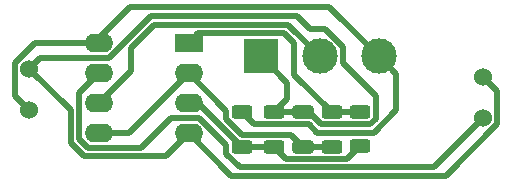
<source format=gbr>
%TF.GenerationSoftware,KiCad,Pcbnew,(6.0.4)*%
%TF.CreationDate,2022-08-07T21:17:39-04:00*%
%TF.ProjectId,duty_cycle,64757479-5f63-4796-936c-652e6b696361,rev?*%
%TF.SameCoordinates,Original*%
%TF.FileFunction,Copper,L1,Top*%
%TF.FilePolarity,Positive*%
%FSLAX46Y46*%
G04 Gerber Fmt 4.6, Leading zero omitted, Abs format (unit mm)*
G04 Created by KiCad (PCBNEW (6.0.4)) date 2022-08-07 21:17:39*
%MOMM*%
%LPD*%
G01*
G04 APERTURE LIST*
G04 Aperture macros list*
%AMRoundRect*
0 Rectangle with rounded corners*
0 $1 Rounding radius*
0 $2 $3 $4 $5 $6 $7 $8 $9 X,Y pos of 4 corners*
0 Add a 4 corners polygon primitive as box body*
4,1,4,$2,$3,$4,$5,$6,$7,$8,$9,$2,$3,0*
0 Add four circle primitives for the rounded corners*
1,1,$1+$1,$2,$3*
1,1,$1+$1,$4,$5*
1,1,$1+$1,$6,$7*
1,1,$1+$1,$8,$9*
0 Add four rect primitives between the rounded corners*
20,1,$1+$1,$2,$3,$4,$5,0*
20,1,$1+$1,$4,$5,$6,$7,0*
20,1,$1+$1,$6,$7,$8,$9,0*
20,1,$1+$1,$8,$9,$2,$3,0*%
G04 Aperture macros list end*
%TA.AperFunction,SMDPad,CuDef*%
%ADD10RoundRect,0.250000X0.650000X-0.325000X0.650000X0.325000X-0.650000X0.325000X-0.650000X-0.325000X0*%
%TD*%
%TA.AperFunction,ComponentPad*%
%ADD11R,2.400000X1.600000*%
%TD*%
%TA.AperFunction,ComponentPad*%
%ADD12O,2.400000X1.600000*%
%TD*%
%TA.AperFunction,SMDPad,CuDef*%
%ADD13RoundRect,0.250000X-0.625000X0.312500X-0.625000X-0.312500X0.625000X-0.312500X0.625000X0.312500X0*%
%TD*%
%TA.AperFunction,SMDPad,CuDef*%
%ADD14RoundRect,0.250000X0.625000X-0.312500X0.625000X0.312500X-0.625000X0.312500X-0.625000X-0.312500X0*%
%TD*%
%TA.AperFunction,ComponentPad*%
%ADD15R,3.000000X3.000000*%
%TD*%
%TA.AperFunction,ComponentPad*%
%ADD16C,3.000000*%
%TD*%
%TA.AperFunction,ComponentPad*%
%ADD17C,1.524000*%
%TD*%
%TA.AperFunction,Conductor*%
%ADD18C,0.500000*%
%TD*%
%TA.AperFunction,Conductor*%
%ADD19C,0.250000*%
%TD*%
G04 APERTURE END LIST*
D10*
%TO.P,C1,2*%
%TO.N,GND*%
X133800000Y-93025000D03*
%TO.P,C1,1*%
%TO.N,Net-(C1-Pad1)*%
X133800000Y-95975000D03*
%TD*%
D11*
%TO.P,U1,1*%
%TO.N,Net-(R3-Pad1)*%
X124100000Y-87180000D03*
D12*
%TO.P,U1,2,-*%
%TO.N,Net-(C1-Pad1)*%
X124100000Y-89720000D03*
%TO.P,U1,3,+*%
%TO.N,Net-(R1-Pad2)*%
X124100000Y-92260000D03*
%TO.P,U1,4,V-*%
%TO.N,GND*%
X124100000Y-94800000D03*
%TO.P,U1,5,+*%
%TO.N,Net-(C1-Pad1)*%
X116480000Y-94800000D03*
%TO.P,U1,6,-*%
%TO.N,Net-(RV1-Pad2)*%
X116480000Y-92260000D03*
%TO.P,U1,7*%
%TO.N,Net-(J2-Pad1)*%
X116480000Y-89720000D03*
%TO.P,U1,8,V+*%
%TO.N,VCC*%
X116480000Y-87180000D03*
%TD*%
D13*
%TO.P,R4,2*%
%TO.N,Net-(C1-Pad1)*%
X136200000Y-95962500D03*
%TO.P,R4,1*%
%TO.N,Net-(R3-Pad1)*%
X136200000Y-93037500D03*
%TD*%
%TO.P,R3,2*%
%TO.N,Net-(R1-Pad2)*%
X138600000Y-95925000D03*
%TO.P,R3,1*%
%TO.N,Net-(R3-Pad1)*%
X138600000Y-93000000D03*
%TD*%
D14*
%TO.P,R2,2*%
%TO.N,GND*%
X131300000Y-93037500D03*
%TO.P,R2,1*%
%TO.N,Net-(R1-Pad2)*%
X131300000Y-95962500D03*
%TD*%
D13*
%TO.P,R1,2*%
%TO.N,Net-(R1-Pad2)*%
X128600000Y-95962500D03*
%TO.P,R1,1*%
%TO.N,VCC*%
X128600000Y-93037500D03*
%TD*%
D15*
%TO.P,RV1,1,1*%
%TO.N,GND*%
X130200000Y-88300000D03*
D16*
%TO.P,RV1,2,2*%
%TO.N,Net-(RV1-Pad2)*%
X135200000Y-88300000D03*
%TO.P,RV1,3,3*%
%TO.N,VCC*%
X140200000Y-88300000D03*
%TD*%
D17*
%TO.P,J2,1,Pin_1*%
%TO.N,Net-(J2-Pad1)*%
X149025000Y-93550000D03*
%TO.P,J2,2,Pin_2*%
%TO.N,GND*%
X149025000Y-90050000D03*
%TD*%
%TO.P,J1,2,Pin_2*%
%TO.N,GND*%
X110625000Y-89350000D03*
%TO.P,J1,1,Pin_1*%
%TO.N,VCC*%
X110625000Y-92850000D03*
%TD*%
D18*
%TO.N,Net-(C1-Pad1)*%
X136187500Y-95975000D02*
X136200000Y-95962500D01*
X133800000Y-95975000D02*
X136187500Y-95975000D01*
%TO.N,Net-(R1-Pad2)*%
X132337500Y-97000000D02*
X131300000Y-95962500D01*
X138600000Y-95925000D02*
X137525000Y-97000000D01*
%TO.N,Net-(J2-Pad1)*%
X144875490Y-97699510D02*
X149025000Y-93550000D01*
X128410240Y-97699510D02*
X144875490Y-97699510D01*
X127275480Y-96564750D02*
X128410240Y-97699510D01*
X127275480Y-95808392D02*
X127275480Y-96564750D01*
X124976608Y-93509520D02*
X127275480Y-95808392D01*
X122590480Y-93509520D02*
X124976608Y-93509520D01*
X120050480Y-96049520D02*
X122590480Y-93509520D01*
X115562432Y-96049520D02*
X120050480Y-96049520D01*
X114830480Y-91369520D02*
X114830480Y-95317568D01*
X114830480Y-95317568D02*
X115562432Y-96049520D01*
X116480000Y-89720000D02*
X114830480Y-91369520D01*
%TO.N,GND*%
X150236511Y-94051825D02*
X150236511Y-91261511D01*
X127699020Y-98399020D02*
X145889316Y-98399020D01*
%TO.N,Net-(R1-Pad2)*%
X137525000Y-97000000D02*
X132337500Y-97000000D01*
%TO.N,GND*%
X150236511Y-91261511D02*
X149025000Y-90050000D01*
X124100000Y-94800000D02*
X127699020Y-98399020D01*
X145889316Y-98399020D02*
X150236511Y-94051825D01*
X134260730Y-93025000D02*
X133800000Y-93025000D01*
X135285250Y-94049520D02*
X134260730Y-93025000D01*
X139477250Y-94049520D02*
X135285250Y-94049520D01*
X139924520Y-93602250D02*
X139477250Y-94049520D01*
X139924520Y-91624520D02*
X139924520Y-93602250D01*
X137149511Y-88849511D02*
X139924520Y-91624520D01*
X137149511Y-87492485D02*
X137149511Y-88849511D01*
X135657026Y-86000000D02*
X137149511Y-87492485D01*
X134400000Y-86000000D02*
X135657026Y-86000000D01*
X133300000Y-84900000D02*
X134400000Y-86000000D01*
X110625000Y-89350000D02*
X111504520Y-88470480D01*
%TO.N,Net-(RV1-Pad2)*%
X119200000Y-89540000D02*
X116480000Y-92260000D01*
%TO.N,GND*%
X117356608Y-88470480D02*
X120927088Y-84900000D01*
%TO.N,Net-(RV1-Pad2)*%
X135200000Y-88300000D02*
X132550979Y-85650979D01*
X132550979Y-85650979D02*
X121165367Y-85650979D01*
X121165367Y-85650979D02*
X119200000Y-87616346D01*
%TO.N,GND*%
X120927088Y-84900000D02*
X133300000Y-84900000D01*
%TO.N,Net-(RV1-Pad2)*%
X119200000Y-87616346D02*
X119200000Y-89540000D01*
%TO.N,GND*%
X111504520Y-88470480D02*
X117356608Y-88470480D01*
%TO.N,VCC*%
X136000490Y-84100490D02*
X140200000Y-88300000D01*
X119159510Y-84100490D02*
X136000490Y-84100490D01*
X116480000Y-86780000D02*
X119159510Y-84100490D01*
X116480000Y-87180000D02*
X116480000Y-86780000D01*
X139766998Y-94749030D02*
X141700000Y-92816027D01*
X128600000Y-93037500D02*
X129612020Y-94049520D01*
X129612020Y-94049520D02*
X134295992Y-94049520D01*
X141700000Y-89800000D02*
X140200000Y-88300000D01*
X141700000Y-92816027D02*
X141700000Y-89800000D01*
X134295992Y-94049520D02*
X134995504Y-94749031D01*
X134995504Y-94749031D02*
X139766998Y-94749030D01*
%TO.N,Net-(R3-Pad1)*%
X133000000Y-87200978D02*
X133000000Y-89837500D01*
X132149511Y-86350489D02*
X133000000Y-87200978D01*
X124929511Y-86350489D02*
X132149511Y-86350489D01*
X124100000Y-87180000D02*
X124929511Y-86350489D01*
X133000000Y-89837500D02*
X136200000Y-93037500D01*
%TO.N,Net-(C1-Pad1)*%
X132775480Y-94950480D02*
X133800000Y-95975000D01*
X128586210Y-94950480D02*
X132775480Y-94950480D01*
X127275480Y-92895480D02*
X127275480Y-93639750D01*
X124100000Y-89720000D02*
X127275480Y-92895480D01*
X127275480Y-93639750D02*
X128586210Y-94950480D01*
%TO.N,Net-(R3-Pad1)*%
X138562500Y-93037500D02*
X138600000Y-93000000D01*
X136200000Y-93037500D02*
X138562500Y-93037500D01*
%TO.N,GND*%
X131312500Y-93025000D02*
X131300000Y-93037500D01*
X133800000Y-93025000D02*
X131312500Y-93025000D01*
X132412020Y-91925480D02*
X131300000Y-93037500D01*
X132412020Y-90512020D02*
X132412020Y-91925480D01*
X130200000Y-88300000D02*
X132412020Y-90512020D01*
%TO.N,Net-(C1-Pad1)*%
X119020000Y-94800000D02*
X124100000Y-89720000D01*
X116480000Y-94800000D02*
X119020000Y-94800000D01*
%TO.N,GND*%
X122150970Y-96749030D02*
X124100000Y-94800000D01*
X115259772Y-96749030D02*
X122150970Y-96749030D01*
X114130970Y-95620228D02*
X115259772Y-96749030D01*
X114130970Y-92855970D02*
X114130970Y-95620228D01*
X110625000Y-89350000D02*
X114130970Y-92855970D01*
%TO.N,Net-(R3-Pad1)*%
X136900000Y-93037500D02*
X137000000Y-92937500D01*
%TO.N,Net-(R1-Pad2)*%
X128600000Y-95962500D02*
X131300000Y-95962500D01*
X124897500Y-92260000D02*
X128600000Y-95962500D01*
X124100000Y-92260000D02*
X124897500Y-92260000D01*
%TO.N,VCC*%
X111081664Y-87180000D02*
X116480000Y-87180000D01*
X109413489Y-91638489D02*
X109413489Y-88848175D01*
X110625000Y-92850000D02*
X109413489Y-91638489D01*
X109413489Y-88848175D02*
X111081664Y-87180000D01*
D19*
%TO.N,GND*%
X134300000Y-93037500D02*
X134400000Y-92937500D01*
%TD*%
M02*

</source>
